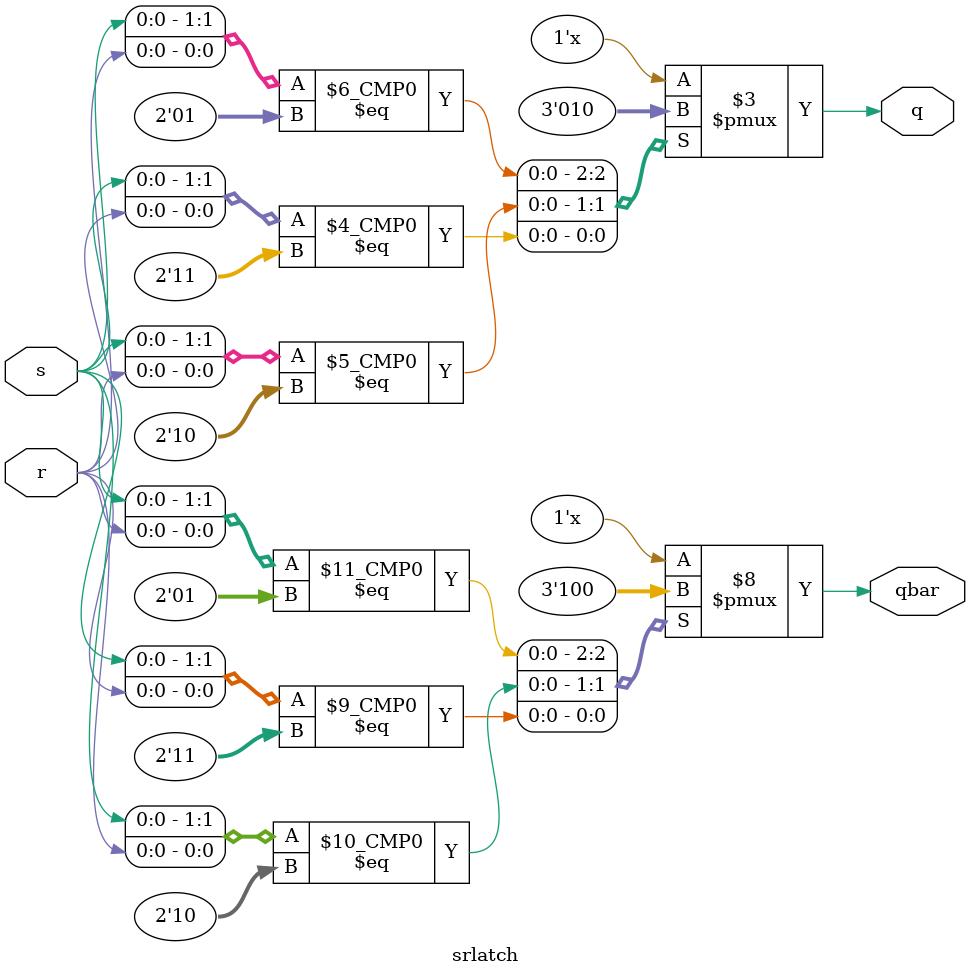
<source format=sv>
module srlatch(input logic s, r, 
               output logic q, qbar);
   
   always_comb
   
      case({s,r}) 
        2'b01: {q,qbar} = 2'b01;
        2'b10: {q,qbar} = 2'b10;
        2'b11: {q,qbar} = 2'b00;
      endcase
      
      
endmodule           
          
              
      

</source>
